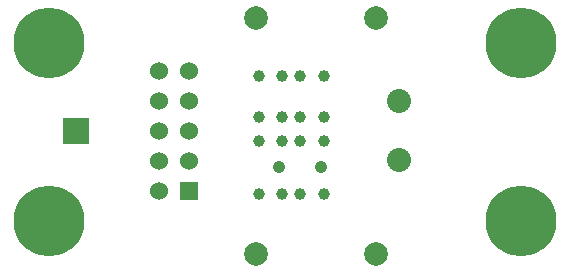
<source format=gbs>
%FSLAX36Y36*%
G04 Gerber Fmt 3.6, Leading zero omitted, Abs format (unit inch)*
G04 Created by KiCad (PCBNEW (2014-jul-16 BZR unknown)-product) date Sat 11 Oct 2014 11:47:49 AM PDT*
%MOIN*%
G01*
G04 APERTURE LIST*
%ADD10C,0.003937*%
%ADD11C,0.236220*%
%ADD12C,0.078700*%
%ADD13R,0.088000X0.088000*%
%ADD14C,0.039370*%
%ADD15C,0.041339*%
%ADD16C,0.080000*%
%ADD17R,0.060000X0.060000*%
%ADD18C,0.060000*%
G04 APERTURE END LIST*
D10*
D11*
X4133858Y-4133858D03*
X5708661Y-4133858D03*
X4133858Y-4724409D03*
X5708661Y-4724409D03*
D12*
X5225000Y-4835000D03*
X4825000Y-4835000D03*
X5225000Y-4050000D03*
X4825000Y-4050000D03*
D13*
X4225000Y-4425000D03*
D14*
X4832677Y-4636772D03*
X4911417Y-4636811D03*
X4832677Y-4457677D03*
X4911417Y-4457677D03*
D15*
X4901575Y-4547244D03*
D14*
X4970472Y-4636772D03*
X5049213Y-4636811D03*
X4970472Y-4457677D03*
X5049213Y-4457677D03*
D15*
X5039370Y-4547244D03*
D14*
X4911417Y-4241142D03*
X4832677Y-4241142D03*
X4911417Y-4380906D03*
X4832677Y-4380906D03*
X5049213Y-4241142D03*
X4970472Y-4241142D03*
X5049213Y-4380906D03*
X4970472Y-4380906D03*
D16*
X5300000Y-4523425D03*
X5300000Y-4326575D03*
D17*
X4600000Y-4625000D03*
D18*
X4500000Y-4625000D03*
X4600000Y-4525000D03*
X4500000Y-4525000D03*
X4600000Y-4425000D03*
X4500000Y-4425000D03*
X4600000Y-4325000D03*
X4500000Y-4325000D03*
X4600000Y-4225000D03*
X4500000Y-4225000D03*
M02*

</source>
